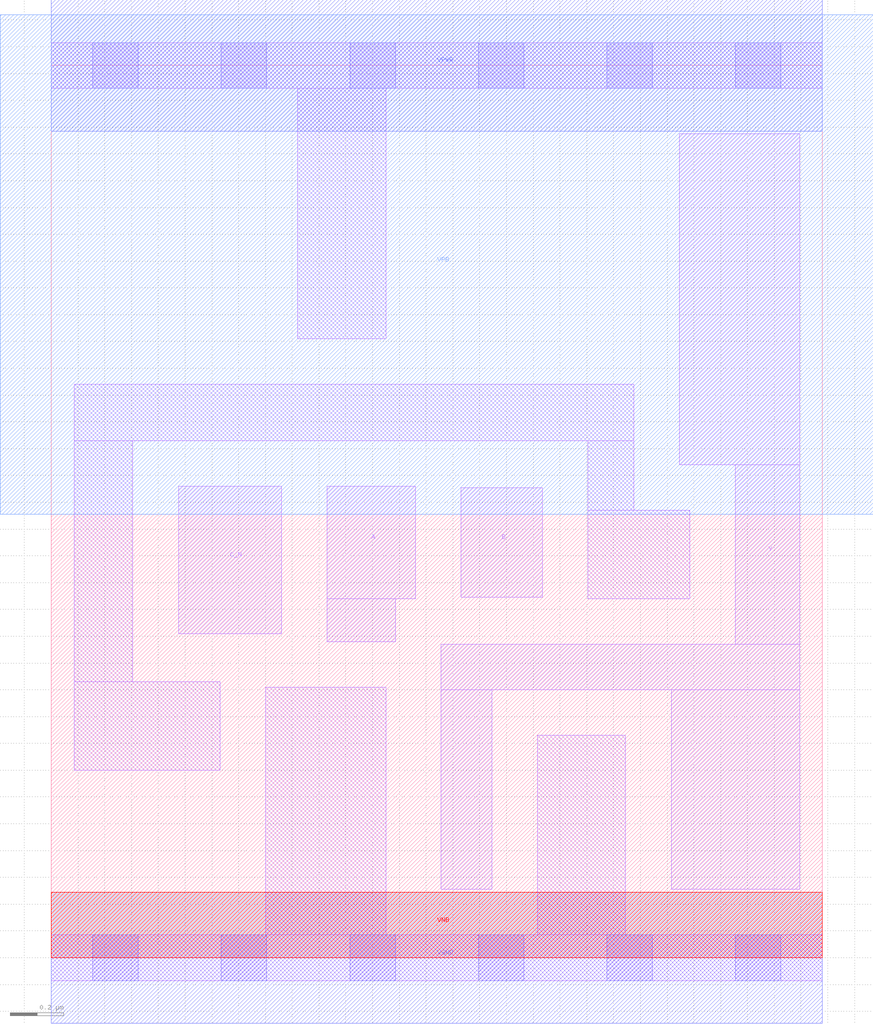
<source format=lef>
# Copyright 2020 The SkyWater PDK Authors
#
# Licensed under the Apache License, Version 2.0 (the "License");
# you may not use this file except in compliance with the License.
# You may obtain a copy of the License at
#
#     https://www.apache.org/licenses/LICENSE-2.0
#
# Unless required by applicable law or agreed to in writing, software
# distributed under the License is distributed on an "AS IS" BASIS,
# WITHOUT WARRANTIES OR CONDITIONS OF ANY KIND, either express or implied.
# See the License for the specific language governing permissions and
# limitations under the License.
#
# SPDX-License-Identifier: Apache-2.0

VERSION 5.7 ;
  NOWIREEXTENSIONATPIN ON ;
  DIVIDERCHAR "/" ;
  BUSBITCHARS "[]" ;
MACRO sky130_fd_sc_lp__nor3b_1
  CLASS CORE ;
  FOREIGN sky130_fd_sc_lp__nor3b_1 ;
  ORIGIN  0.000000  0.000000 ;
  SIZE  2.880000 BY  3.330000 ;
  SYMMETRY X Y R90 ;
  SITE unit ;
  PIN A
    ANTENNAGATEAREA  0.315000 ;
    DIRECTION INPUT ;
    USE SIGNAL ;
    PORT
      LAYER li1 ;
        RECT 1.030000 1.180000 1.285000 1.340000 ;
        RECT 1.030000 1.340000 1.360000 1.760000 ;
    END
  END A
  PIN B
    ANTENNAGATEAREA  0.315000 ;
    DIRECTION INPUT ;
    USE SIGNAL ;
    PORT
      LAYER li1 ;
        RECT 1.530000 1.345000 1.835000 1.755000 ;
    END
  END B
  PIN C_N
    ANTENNAGATEAREA  0.126000 ;
    DIRECTION INPUT ;
    USE SIGNAL ;
    PORT
      LAYER li1 ;
        RECT 0.475000 1.210000 0.860000 1.760000 ;
    END
  END C_N
  PIN Y
    ANTENNADIFFAREA  0.840000 ;
    DIRECTION OUTPUT ;
    USE SIGNAL ;
    PORT
      LAYER li1 ;
        RECT 1.455000 0.255000 1.645000 1.000000 ;
        RECT 1.455000 1.000000 2.795000 1.170000 ;
        RECT 2.315000 0.255000 2.795000 1.000000 ;
        RECT 2.345000 1.840000 2.795000 3.075000 ;
        RECT 2.555000 1.170000 2.795000 1.840000 ;
    END
  END Y
  PIN VGND
    DIRECTION INOUT ;
    USE GROUND ;
    PORT
      LAYER met1 ;
        RECT 0.000000 -0.245000 2.880000 0.245000 ;
    END
  END VGND
  PIN VNB
    DIRECTION INOUT ;
    USE GROUND ;
    PORT
      LAYER pwell ;
        RECT 0.000000 0.000000 2.880000 0.245000 ;
    END
  END VNB
  PIN VPB
    DIRECTION INOUT ;
    USE POWER ;
    PORT
      LAYER nwell ;
        RECT -0.190000 1.655000 3.070000 3.520000 ;
    END
  END VPB
  PIN VPWR
    DIRECTION INOUT ;
    USE POWER ;
    PORT
      LAYER met1 ;
        RECT 0.000000 3.085000 2.880000 3.575000 ;
    END
  END VPWR
  OBS
    LAYER li1 ;
      RECT 0.000000 -0.085000 2.880000 0.085000 ;
      RECT 0.000000  3.245000 2.880000 3.415000 ;
      RECT 0.085000  0.700000 0.630000 1.030000 ;
      RECT 0.085000  1.030000 0.305000 1.930000 ;
      RECT 0.085000  1.930000 2.175000 2.140000 ;
      RECT 0.800000  0.085000 1.250000 1.010000 ;
      RECT 0.920000  2.310000 1.250000 3.245000 ;
      RECT 1.815000  0.085000 2.145000 0.830000 ;
      RECT 2.005000  1.340000 2.385000 1.670000 ;
      RECT 2.005000  1.670000 2.175000 1.930000 ;
    LAYER mcon ;
      RECT 0.155000 -0.085000 0.325000 0.085000 ;
      RECT 0.155000  3.245000 0.325000 3.415000 ;
      RECT 0.635000 -0.085000 0.805000 0.085000 ;
      RECT 0.635000  3.245000 0.805000 3.415000 ;
      RECT 1.115000 -0.085000 1.285000 0.085000 ;
      RECT 1.115000  3.245000 1.285000 3.415000 ;
      RECT 1.595000 -0.085000 1.765000 0.085000 ;
      RECT 1.595000  3.245000 1.765000 3.415000 ;
      RECT 2.075000 -0.085000 2.245000 0.085000 ;
      RECT 2.075000  3.245000 2.245000 3.415000 ;
      RECT 2.555000 -0.085000 2.725000 0.085000 ;
      RECT 2.555000  3.245000 2.725000 3.415000 ;
  END
END sky130_fd_sc_lp__nor3b_1
END LIBRARY

</source>
